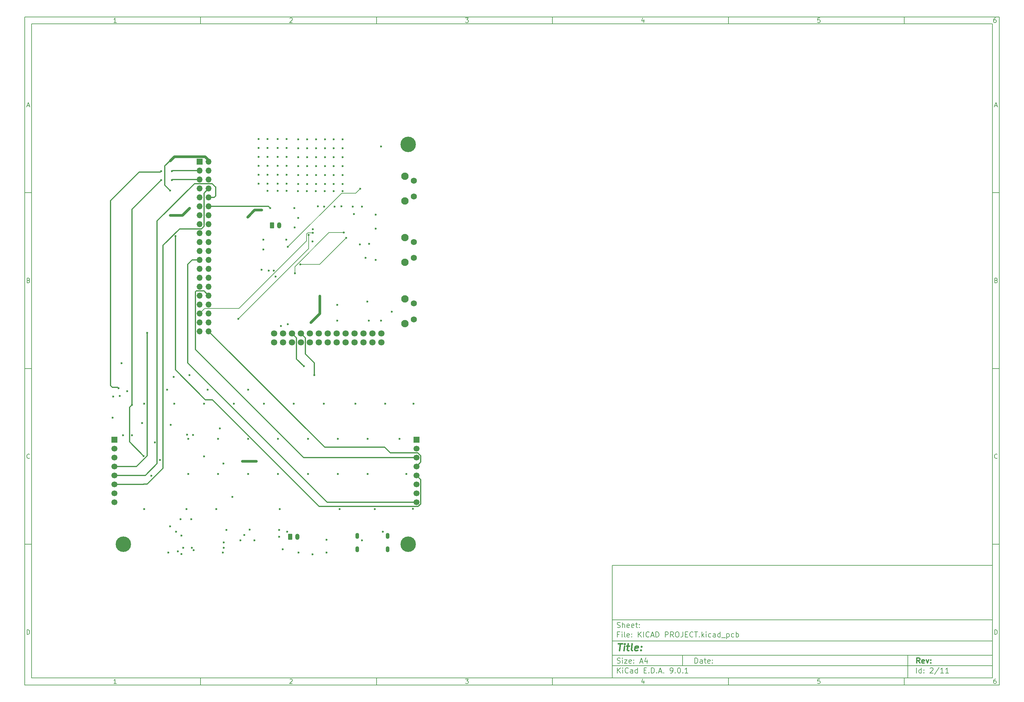
<source format=gbr>
%TF.GenerationSoftware,KiCad,Pcbnew,9.0.1*%
%TF.CreationDate,2025-07-11T00:17:53-07:00*%
%TF.ProjectId,KICAD PROJECT,4b494341-4420-4505-924f-4a4543542e6b,rev?*%
%TF.SameCoordinates,Original*%
%TF.FileFunction,Copper,L2,Inr*%
%TF.FilePolarity,Positive*%
%FSLAX46Y46*%
G04 Gerber Fmt 4.6, Leading zero omitted, Abs format (unit mm)*
G04 Created by KiCad (PCBNEW 9.0.1) date 2025-07-11 00:17:53*
%MOMM*%
%LPD*%
G01*
G04 APERTURE LIST*
G04 Aperture macros list*
%AMRoundRect*
0 Rectangle with rounded corners*
0 $1 Rounding radius*
0 $2 $3 $4 $5 $6 $7 $8 $9 X,Y pos of 4 corners*
0 Add a 4 corners polygon primitive as box body*
4,1,4,$2,$3,$4,$5,$6,$7,$8,$9,$2,$3,0*
0 Add four circle primitives for the rounded corners*
1,1,$1+$1,$2,$3*
1,1,$1+$1,$4,$5*
1,1,$1+$1,$6,$7*
1,1,$1+$1,$8,$9*
0 Add four rect primitives between the rounded corners*
20,1,$1+$1,$2,$3,$4,$5,0*
20,1,$1+$1,$4,$5,$6,$7,0*
20,1,$1+$1,$6,$7,$8,$9,0*
20,1,$1+$1,$8,$9,$2,$3,0*%
G04 Aperture macros list end*
%ADD10C,0.100000*%
%ADD11C,0.150000*%
%ADD12C,0.300000*%
%ADD13C,0.400000*%
%TA.AperFunction,ComponentPad*%
%ADD14C,1.800000*%
%TD*%
%TA.AperFunction,ComponentPad*%
%ADD15C,4.400000*%
%TD*%
%TA.AperFunction,ComponentPad*%
%ADD16C,2.100000*%
%TD*%
%TA.AperFunction,ComponentPad*%
%ADD17C,1.750000*%
%TD*%
%TA.AperFunction,ComponentPad*%
%ADD18R,1.700000X1.700000*%
%TD*%
%TA.AperFunction,ComponentPad*%
%ADD19O,1.700000X1.700000*%
%TD*%
%TA.AperFunction,ComponentPad*%
%ADD20RoundRect,0.250000X-0.350000X-0.625000X0.350000X-0.625000X0.350000X0.625000X-0.350000X0.625000X0*%
%TD*%
%TA.AperFunction,ComponentPad*%
%ADD21O,1.200000X1.750000*%
%TD*%
%TA.AperFunction,HeatsinkPad*%
%ADD22O,1.100000X1.700000*%
%TD*%
%TA.AperFunction,ComponentPad*%
%ADD23C,1.700000*%
%TD*%
%TA.AperFunction,ViaPad*%
%ADD24C,0.600000*%
%TD*%
%TA.AperFunction,Conductor*%
%ADD25C,0.800000*%
%TD*%
%TA.AperFunction,Conductor*%
%ADD26C,0.300000*%
%TD*%
%TA.AperFunction,Conductor*%
%ADD27C,0.200000*%
%TD*%
G04 APERTURE END LIST*
D10*
D11*
X177002200Y-166007200D02*
X285002200Y-166007200D01*
X285002200Y-198007200D01*
X177002200Y-198007200D01*
X177002200Y-166007200D01*
D10*
D11*
X10000000Y-10000000D02*
X287002200Y-10000000D01*
X287002200Y-200007200D01*
X10000000Y-200007200D01*
X10000000Y-10000000D01*
D10*
D11*
X12000000Y-12000000D02*
X285002200Y-12000000D01*
X285002200Y-198007200D01*
X12000000Y-198007200D01*
X12000000Y-12000000D01*
D10*
D11*
X60000000Y-12000000D02*
X60000000Y-10000000D01*
D10*
D11*
X110000000Y-12000000D02*
X110000000Y-10000000D01*
D10*
D11*
X160000000Y-12000000D02*
X160000000Y-10000000D01*
D10*
D11*
X210000000Y-12000000D02*
X210000000Y-10000000D01*
D10*
D11*
X260000000Y-12000000D02*
X260000000Y-10000000D01*
D10*
D11*
X36089160Y-11593604D02*
X35346303Y-11593604D01*
X35717731Y-11593604D02*
X35717731Y-10293604D01*
X35717731Y-10293604D02*
X35593922Y-10479319D01*
X35593922Y-10479319D02*
X35470112Y-10603128D01*
X35470112Y-10603128D02*
X35346303Y-10665033D01*
D10*
D11*
X85346303Y-10417414D02*
X85408207Y-10355509D01*
X85408207Y-10355509D02*
X85532017Y-10293604D01*
X85532017Y-10293604D02*
X85841541Y-10293604D01*
X85841541Y-10293604D02*
X85965350Y-10355509D01*
X85965350Y-10355509D02*
X86027255Y-10417414D01*
X86027255Y-10417414D02*
X86089160Y-10541223D01*
X86089160Y-10541223D02*
X86089160Y-10665033D01*
X86089160Y-10665033D02*
X86027255Y-10850747D01*
X86027255Y-10850747D02*
X85284398Y-11593604D01*
X85284398Y-11593604D02*
X86089160Y-11593604D01*
D10*
D11*
X135284398Y-10293604D02*
X136089160Y-10293604D01*
X136089160Y-10293604D02*
X135655826Y-10788842D01*
X135655826Y-10788842D02*
X135841541Y-10788842D01*
X135841541Y-10788842D02*
X135965350Y-10850747D01*
X135965350Y-10850747D02*
X136027255Y-10912652D01*
X136027255Y-10912652D02*
X136089160Y-11036461D01*
X136089160Y-11036461D02*
X136089160Y-11345985D01*
X136089160Y-11345985D02*
X136027255Y-11469795D01*
X136027255Y-11469795D02*
X135965350Y-11531700D01*
X135965350Y-11531700D02*
X135841541Y-11593604D01*
X135841541Y-11593604D02*
X135470112Y-11593604D01*
X135470112Y-11593604D02*
X135346303Y-11531700D01*
X135346303Y-11531700D02*
X135284398Y-11469795D01*
D10*
D11*
X185965350Y-10726938D02*
X185965350Y-11593604D01*
X185655826Y-10231700D02*
X185346303Y-11160271D01*
X185346303Y-11160271D02*
X186151064Y-11160271D01*
D10*
D11*
X236027255Y-10293604D02*
X235408207Y-10293604D01*
X235408207Y-10293604D02*
X235346303Y-10912652D01*
X235346303Y-10912652D02*
X235408207Y-10850747D01*
X235408207Y-10850747D02*
X235532017Y-10788842D01*
X235532017Y-10788842D02*
X235841541Y-10788842D01*
X235841541Y-10788842D02*
X235965350Y-10850747D01*
X235965350Y-10850747D02*
X236027255Y-10912652D01*
X236027255Y-10912652D02*
X236089160Y-11036461D01*
X236089160Y-11036461D02*
X236089160Y-11345985D01*
X236089160Y-11345985D02*
X236027255Y-11469795D01*
X236027255Y-11469795D02*
X235965350Y-11531700D01*
X235965350Y-11531700D02*
X235841541Y-11593604D01*
X235841541Y-11593604D02*
X235532017Y-11593604D01*
X235532017Y-11593604D02*
X235408207Y-11531700D01*
X235408207Y-11531700D02*
X235346303Y-11469795D01*
D10*
D11*
X285965350Y-10293604D02*
X285717731Y-10293604D01*
X285717731Y-10293604D02*
X285593922Y-10355509D01*
X285593922Y-10355509D02*
X285532017Y-10417414D01*
X285532017Y-10417414D02*
X285408207Y-10603128D01*
X285408207Y-10603128D02*
X285346303Y-10850747D01*
X285346303Y-10850747D02*
X285346303Y-11345985D01*
X285346303Y-11345985D02*
X285408207Y-11469795D01*
X285408207Y-11469795D02*
X285470112Y-11531700D01*
X285470112Y-11531700D02*
X285593922Y-11593604D01*
X285593922Y-11593604D02*
X285841541Y-11593604D01*
X285841541Y-11593604D02*
X285965350Y-11531700D01*
X285965350Y-11531700D02*
X286027255Y-11469795D01*
X286027255Y-11469795D02*
X286089160Y-11345985D01*
X286089160Y-11345985D02*
X286089160Y-11036461D01*
X286089160Y-11036461D02*
X286027255Y-10912652D01*
X286027255Y-10912652D02*
X285965350Y-10850747D01*
X285965350Y-10850747D02*
X285841541Y-10788842D01*
X285841541Y-10788842D02*
X285593922Y-10788842D01*
X285593922Y-10788842D02*
X285470112Y-10850747D01*
X285470112Y-10850747D02*
X285408207Y-10912652D01*
X285408207Y-10912652D02*
X285346303Y-11036461D01*
D10*
D11*
X60000000Y-198007200D02*
X60000000Y-200007200D01*
D10*
D11*
X110000000Y-198007200D02*
X110000000Y-200007200D01*
D10*
D11*
X160000000Y-198007200D02*
X160000000Y-200007200D01*
D10*
D11*
X210000000Y-198007200D02*
X210000000Y-200007200D01*
D10*
D11*
X260000000Y-198007200D02*
X260000000Y-200007200D01*
D10*
D11*
X36089160Y-199600804D02*
X35346303Y-199600804D01*
X35717731Y-199600804D02*
X35717731Y-198300804D01*
X35717731Y-198300804D02*
X35593922Y-198486519D01*
X35593922Y-198486519D02*
X35470112Y-198610328D01*
X35470112Y-198610328D02*
X35346303Y-198672233D01*
D10*
D11*
X85346303Y-198424614D02*
X85408207Y-198362709D01*
X85408207Y-198362709D02*
X85532017Y-198300804D01*
X85532017Y-198300804D02*
X85841541Y-198300804D01*
X85841541Y-198300804D02*
X85965350Y-198362709D01*
X85965350Y-198362709D02*
X86027255Y-198424614D01*
X86027255Y-198424614D02*
X86089160Y-198548423D01*
X86089160Y-198548423D02*
X86089160Y-198672233D01*
X86089160Y-198672233D02*
X86027255Y-198857947D01*
X86027255Y-198857947D02*
X85284398Y-199600804D01*
X85284398Y-199600804D02*
X86089160Y-199600804D01*
D10*
D11*
X135284398Y-198300804D02*
X136089160Y-198300804D01*
X136089160Y-198300804D02*
X135655826Y-198796042D01*
X135655826Y-198796042D02*
X135841541Y-198796042D01*
X135841541Y-198796042D02*
X135965350Y-198857947D01*
X135965350Y-198857947D02*
X136027255Y-198919852D01*
X136027255Y-198919852D02*
X136089160Y-199043661D01*
X136089160Y-199043661D02*
X136089160Y-199353185D01*
X136089160Y-199353185D02*
X136027255Y-199476995D01*
X136027255Y-199476995D02*
X135965350Y-199538900D01*
X135965350Y-199538900D02*
X135841541Y-199600804D01*
X135841541Y-199600804D02*
X135470112Y-199600804D01*
X135470112Y-199600804D02*
X135346303Y-199538900D01*
X135346303Y-199538900D02*
X135284398Y-199476995D01*
D10*
D11*
X185965350Y-198734138D02*
X185965350Y-199600804D01*
X185655826Y-198238900D02*
X185346303Y-199167471D01*
X185346303Y-199167471D02*
X186151064Y-199167471D01*
D10*
D11*
X236027255Y-198300804D02*
X235408207Y-198300804D01*
X235408207Y-198300804D02*
X235346303Y-198919852D01*
X235346303Y-198919852D02*
X235408207Y-198857947D01*
X235408207Y-198857947D02*
X235532017Y-198796042D01*
X235532017Y-198796042D02*
X235841541Y-198796042D01*
X235841541Y-198796042D02*
X235965350Y-198857947D01*
X235965350Y-198857947D02*
X236027255Y-198919852D01*
X236027255Y-198919852D02*
X236089160Y-199043661D01*
X236089160Y-199043661D02*
X236089160Y-199353185D01*
X236089160Y-199353185D02*
X236027255Y-199476995D01*
X236027255Y-199476995D02*
X235965350Y-199538900D01*
X235965350Y-199538900D02*
X235841541Y-199600804D01*
X235841541Y-199600804D02*
X235532017Y-199600804D01*
X235532017Y-199600804D02*
X235408207Y-199538900D01*
X235408207Y-199538900D02*
X235346303Y-199476995D01*
D10*
D11*
X285965350Y-198300804D02*
X285717731Y-198300804D01*
X285717731Y-198300804D02*
X285593922Y-198362709D01*
X285593922Y-198362709D02*
X285532017Y-198424614D01*
X285532017Y-198424614D02*
X285408207Y-198610328D01*
X285408207Y-198610328D02*
X285346303Y-198857947D01*
X285346303Y-198857947D02*
X285346303Y-199353185D01*
X285346303Y-199353185D02*
X285408207Y-199476995D01*
X285408207Y-199476995D02*
X285470112Y-199538900D01*
X285470112Y-199538900D02*
X285593922Y-199600804D01*
X285593922Y-199600804D02*
X285841541Y-199600804D01*
X285841541Y-199600804D02*
X285965350Y-199538900D01*
X285965350Y-199538900D02*
X286027255Y-199476995D01*
X286027255Y-199476995D02*
X286089160Y-199353185D01*
X286089160Y-199353185D02*
X286089160Y-199043661D01*
X286089160Y-199043661D02*
X286027255Y-198919852D01*
X286027255Y-198919852D02*
X285965350Y-198857947D01*
X285965350Y-198857947D02*
X285841541Y-198796042D01*
X285841541Y-198796042D02*
X285593922Y-198796042D01*
X285593922Y-198796042D02*
X285470112Y-198857947D01*
X285470112Y-198857947D02*
X285408207Y-198919852D01*
X285408207Y-198919852D02*
X285346303Y-199043661D01*
D10*
D11*
X10000000Y-60000000D02*
X12000000Y-60000000D01*
D10*
D11*
X10000000Y-110000000D02*
X12000000Y-110000000D01*
D10*
D11*
X10000000Y-160000000D02*
X12000000Y-160000000D01*
D10*
D11*
X10690476Y-35222176D02*
X11309523Y-35222176D01*
X10566666Y-35593604D02*
X10999999Y-34293604D01*
X10999999Y-34293604D02*
X11433333Y-35593604D01*
D10*
D11*
X11092857Y-84912652D02*
X11278571Y-84974557D01*
X11278571Y-84974557D02*
X11340476Y-85036461D01*
X11340476Y-85036461D02*
X11402380Y-85160271D01*
X11402380Y-85160271D02*
X11402380Y-85345985D01*
X11402380Y-85345985D02*
X11340476Y-85469795D01*
X11340476Y-85469795D02*
X11278571Y-85531700D01*
X11278571Y-85531700D02*
X11154761Y-85593604D01*
X11154761Y-85593604D02*
X10659523Y-85593604D01*
X10659523Y-85593604D02*
X10659523Y-84293604D01*
X10659523Y-84293604D02*
X11092857Y-84293604D01*
X11092857Y-84293604D02*
X11216666Y-84355509D01*
X11216666Y-84355509D02*
X11278571Y-84417414D01*
X11278571Y-84417414D02*
X11340476Y-84541223D01*
X11340476Y-84541223D02*
X11340476Y-84665033D01*
X11340476Y-84665033D02*
X11278571Y-84788842D01*
X11278571Y-84788842D02*
X11216666Y-84850747D01*
X11216666Y-84850747D02*
X11092857Y-84912652D01*
X11092857Y-84912652D02*
X10659523Y-84912652D01*
D10*
D11*
X11402380Y-135469795D02*
X11340476Y-135531700D01*
X11340476Y-135531700D02*
X11154761Y-135593604D01*
X11154761Y-135593604D02*
X11030952Y-135593604D01*
X11030952Y-135593604D02*
X10845238Y-135531700D01*
X10845238Y-135531700D02*
X10721428Y-135407890D01*
X10721428Y-135407890D02*
X10659523Y-135284080D01*
X10659523Y-135284080D02*
X10597619Y-135036461D01*
X10597619Y-135036461D02*
X10597619Y-134850747D01*
X10597619Y-134850747D02*
X10659523Y-134603128D01*
X10659523Y-134603128D02*
X10721428Y-134479319D01*
X10721428Y-134479319D02*
X10845238Y-134355509D01*
X10845238Y-134355509D02*
X11030952Y-134293604D01*
X11030952Y-134293604D02*
X11154761Y-134293604D01*
X11154761Y-134293604D02*
X11340476Y-134355509D01*
X11340476Y-134355509D02*
X11402380Y-134417414D01*
D10*
D11*
X10659523Y-185593604D02*
X10659523Y-184293604D01*
X10659523Y-184293604D02*
X10969047Y-184293604D01*
X10969047Y-184293604D02*
X11154761Y-184355509D01*
X11154761Y-184355509D02*
X11278571Y-184479319D01*
X11278571Y-184479319D02*
X11340476Y-184603128D01*
X11340476Y-184603128D02*
X11402380Y-184850747D01*
X11402380Y-184850747D02*
X11402380Y-185036461D01*
X11402380Y-185036461D02*
X11340476Y-185284080D01*
X11340476Y-185284080D02*
X11278571Y-185407890D01*
X11278571Y-185407890D02*
X11154761Y-185531700D01*
X11154761Y-185531700D02*
X10969047Y-185593604D01*
X10969047Y-185593604D02*
X10659523Y-185593604D01*
D10*
D11*
X287002200Y-60000000D02*
X285002200Y-60000000D01*
D10*
D11*
X287002200Y-110000000D02*
X285002200Y-110000000D01*
D10*
D11*
X287002200Y-160000000D02*
X285002200Y-160000000D01*
D10*
D11*
X285692676Y-35222176D02*
X286311723Y-35222176D01*
X285568866Y-35593604D02*
X286002199Y-34293604D01*
X286002199Y-34293604D02*
X286435533Y-35593604D01*
D10*
D11*
X286095057Y-84912652D02*
X286280771Y-84974557D01*
X286280771Y-84974557D02*
X286342676Y-85036461D01*
X286342676Y-85036461D02*
X286404580Y-85160271D01*
X286404580Y-85160271D02*
X286404580Y-85345985D01*
X286404580Y-85345985D02*
X286342676Y-85469795D01*
X286342676Y-85469795D02*
X286280771Y-85531700D01*
X286280771Y-85531700D02*
X286156961Y-85593604D01*
X286156961Y-85593604D02*
X285661723Y-85593604D01*
X285661723Y-85593604D02*
X285661723Y-84293604D01*
X285661723Y-84293604D02*
X286095057Y-84293604D01*
X286095057Y-84293604D02*
X286218866Y-84355509D01*
X286218866Y-84355509D02*
X286280771Y-84417414D01*
X286280771Y-84417414D02*
X286342676Y-84541223D01*
X286342676Y-84541223D02*
X286342676Y-84665033D01*
X286342676Y-84665033D02*
X286280771Y-84788842D01*
X286280771Y-84788842D02*
X286218866Y-84850747D01*
X286218866Y-84850747D02*
X286095057Y-84912652D01*
X286095057Y-84912652D02*
X285661723Y-84912652D01*
D10*
D11*
X286404580Y-135469795D02*
X286342676Y-135531700D01*
X286342676Y-135531700D02*
X286156961Y-135593604D01*
X286156961Y-135593604D02*
X286033152Y-135593604D01*
X286033152Y-135593604D02*
X285847438Y-135531700D01*
X285847438Y-135531700D02*
X285723628Y-135407890D01*
X285723628Y-135407890D02*
X285661723Y-135284080D01*
X285661723Y-135284080D02*
X285599819Y-135036461D01*
X285599819Y-135036461D02*
X285599819Y-134850747D01*
X285599819Y-134850747D02*
X285661723Y-134603128D01*
X285661723Y-134603128D02*
X285723628Y-134479319D01*
X285723628Y-134479319D02*
X285847438Y-134355509D01*
X285847438Y-134355509D02*
X286033152Y-134293604D01*
X286033152Y-134293604D02*
X286156961Y-134293604D01*
X286156961Y-134293604D02*
X286342676Y-134355509D01*
X286342676Y-134355509D02*
X286404580Y-134417414D01*
D10*
D11*
X285661723Y-185593604D02*
X285661723Y-184293604D01*
X285661723Y-184293604D02*
X285971247Y-184293604D01*
X285971247Y-184293604D02*
X286156961Y-184355509D01*
X286156961Y-184355509D02*
X286280771Y-184479319D01*
X286280771Y-184479319D02*
X286342676Y-184603128D01*
X286342676Y-184603128D02*
X286404580Y-184850747D01*
X286404580Y-184850747D02*
X286404580Y-185036461D01*
X286404580Y-185036461D02*
X286342676Y-185284080D01*
X286342676Y-185284080D02*
X286280771Y-185407890D01*
X286280771Y-185407890D02*
X286156961Y-185531700D01*
X286156961Y-185531700D02*
X285971247Y-185593604D01*
X285971247Y-185593604D02*
X285661723Y-185593604D01*
D10*
D11*
X200458026Y-193793328D02*
X200458026Y-192293328D01*
X200458026Y-192293328D02*
X200815169Y-192293328D01*
X200815169Y-192293328D02*
X201029455Y-192364757D01*
X201029455Y-192364757D02*
X201172312Y-192507614D01*
X201172312Y-192507614D02*
X201243741Y-192650471D01*
X201243741Y-192650471D02*
X201315169Y-192936185D01*
X201315169Y-192936185D02*
X201315169Y-193150471D01*
X201315169Y-193150471D02*
X201243741Y-193436185D01*
X201243741Y-193436185D02*
X201172312Y-193579042D01*
X201172312Y-193579042D02*
X201029455Y-193721900D01*
X201029455Y-193721900D02*
X200815169Y-193793328D01*
X200815169Y-193793328D02*
X200458026Y-193793328D01*
X202600884Y-193793328D02*
X202600884Y-193007614D01*
X202600884Y-193007614D02*
X202529455Y-192864757D01*
X202529455Y-192864757D02*
X202386598Y-192793328D01*
X202386598Y-192793328D02*
X202100884Y-192793328D01*
X202100884Y-192793328D02*
X201958026Y-192864757D01*
X202600884Y-193721900D02*
X202458026Y-193793328D01*
X202458026Y-193793328D02*
X202100884Y-193793328D01*
X202100884Y-193793328D02*
X201958026Y-193721900D01*
X201958026Y-193721900D02*
X201886598Y-193579042D01*
X201886598Y-193579042D02*
X201886598Y-193436185D01*
X201886598Y-193436185D02*
X201958026Y-193293328D01*
X201958026Y-193293328D02*
X202100884Y-193221900D01*
X202100884Y-193221900D02*
X202458026Y-193221900D01*
X202458026Y-193221900D02*
X202600884Y-193150471D01*
X203100884Y-192793328D02*
X203672312Y-192793328D01*
X203315169Y-192293328D02*
X203315169Y-193579042D01*
X203315169Y-193579042D02*
X203386598Y-193721900D01*
X203386598Y-193721900D02*
X203529455Y-193793328D01*
X203529455Y-193793328D02*
X203672312Y-193793328D01*
X204743741Y-193721900D02*
X204600884Y-193793328D01*
X204600884Y-193793328D02*
X204315170Y-193793328D01*
X204315170Y-193793328D02*
X204172312Y-193721900D01*
X204172312Y-193721900D02*
X204100884Y-193579042D01*
X204100884Y-193579042D02*
X204100884Y-193007614D01*
X204100884Y-193007614D02*
X204172312Y-192864757D01*
X204172312Y-192864757D02*
X204315170Y-192793328D01*
X204315170Y-192793328D02*
X204600884Y-192793328D01*
X204600884Y-192793328D02*
X204743741Y-192864757D01*
X204743741Y-192864757D02*
X204815170Y-193007614D01*
X204815170Y-193007614D02*
X204815170Y-193150471D01*
X204815170Y-193150471D02*
X204100884Y-193293328D01*
X205458026Y-193650471D02*
X205529455Y-193721900D01*
X205529455Y-193721900D02*
X205458026Y-193793328D01*
X205458026Y-193793328D02*
X205386598Y-193721900D01*
X205386598Y-193721900D02*
X205458026Y-193650471D01*
X205458026Y-193650471D02*
X205458026Y-193793328D01*
X205458026Y-192864757D02*
X205529455Y-192936185D01*
X205529455Y-192936185D02*
X205458026Y-193007614D01*
X205458026Y-193007614D02*
X205386598Y-192936185D01*
X205386598Y-192936185D02*
X205458026Y-192864757D01*
X205458026Y-192864757D02*
X205458026Y-193007614D01*
D10*
D11*
X177002200Y-194507200D02*
X285002200Y-194507200D01*
D10*
D11*
X178458026Y-196593328D02*
X178458026Y-195093328D01*
X179315169Y-196593328D02*
X178672312Y-195736185D01*
X179315169Y-195093328D02*
X178458026Y-195950471D01*
X179958026Y-196593328D02*
X179958026Y-195593328D01*
X179958026Y-195093328D02*
X179886598Y-195164757D01*
X179886598Y-195164757D02*
X179958026Y-195236185D01*
X179958026Y-195236185D02*
X180029455Y-195164757D01*
X180029455Y-195164757D02*
X179958026Y-195093328D01*
X179958026Y-195093328D02*
X179958026Y-195236185D01*
X181529455Y-196450471D02*
X181458027Y-196521900D01*
X181458027Y-196521900D02*
X181243741Y-196593328D01*
X181243741Y-196593328D02*
X181100884Y-196593328D01*
X181100884Y-196593328D02*
X180886598Y-196521900D01*
X180886598Y-196521900D02*
X180743741Y-196379042D01*
X180743741Y-196379042D02*
X180672312Y-196236185D01*
X180672312Y-196236185D02*
X180600884Y-195950471D01*
X180600884Y-195950471D02*
X180600884Y-195736185D01*
X180600884Y-195736185D02*
X180672312Y-195450471D01*
X180672312Y-195450471D02*
X180743741Y-195307614D01*
X180743741Y-195307614D02*
X180886598Y-195164757D01*
X180886598Y-195164757D02*
X181100884Y-195093328D01*
X181100884Y-195093328D02*
X181243741Y-195093328D01*
X181243741Y-195093328D02*
X181458027Y-195164757D01*
X181458027Y-195164757D02*
X181529455Y-195236185D01*
X182815170Y-196593328D02*
X182815170Y-195807614D01*
X182815170Y-195807614D02*
X182743741Y-195664757D01*
X182743741Y-195664757D02*
X182600884Y-195593328D01*
X182600884Y-195593328D02*
X182315170Y-195593328D01*
X182315170Y-195593328D02*
X182172312Y-195664757D01*
X182815170Y-196521900D02*
X182672312Y-196593328D01*
X182672312Y-196593328D02*
X182315170Y-196593328D01*
X182315170Y-196593328D02*
X182172312Y-196521900D01*
X182172312Y-196521900D02*
X182100884Y-196379042D01*
X182100884Y-196379042D02*
X182100884Y-196236185D01*
X182100884Y-196236185D02*
X182172312Y-196093328D01*
X182172312Y-196093328D02*
X182315170Y-196021900D01*
X182315170Y-196021900D02*
X182672312Y-196021900D01*
X182672312Y-196021900D02*
X182815170Y-195950471D01*
X184172313Y-196593328D02*
X184172313Y-195093328D01*
X184172313Y-196521900D02*
X184029455Y-196593328D01*
X184029455Y-196593328D02*
X183743741Y-196593328D01*
X183743741Y-196593328D02*
X183600884Y-196521900D01*
X183600884Y-196521900D02*
X183529455Y-196450471D01*
X183529455Y-196450471D02*
X183458027Y-196307614D01*
X183458027Y-196307614D02*
X183458027Y-195879042D01*
X183458027Y-195879042D02*
X183529455Y-195736185D01*
X183529455Y-195736185D02*
X183600884Y-195664757D01*
X183600884Y-195664757D02*
X183743741Y-195593328D01*
X183743741Y-195593328D02*
X184029455Y-195593328D01*
X184029455Y-195593328D02*
X184172313Y-195664757D01*
X186029455Y-195807614D02*
X186529455Y-195807614D01*
X186743741Y-196593328D02*
X186029455Y-196593328D01*
X186029455Y-196593328D02*
X186029455Y-195093328D01*
X186029455Y-195093328D02*
X186743741Y-195093328D01*
X187386598Y-196450471D02*
X187458027Y-196521900D01*
X187458027Y-196521900D02*
X187386598Y-196593328D01*
X187386598Y-196593328D02*
X187315170Y-196521900D01*
X187315170Y-196521900D02*
X187386598Y-196450471D01*
X187386598Y-196450471D02*
X187386598Y-196593328D01*
X188100884Y-196593328D02*
X188100884Y-195093328D01*
X188100884Y-195093328D02*
X188458027Y-195093328D01*
X188458027Y-195093328D02*
X188672313Y-195164757D01*
X188672313Y-195164757D02*
X188815170Y-195307614D01*
X188815170Y-195307614D02*
X188886599Y-195450471D01*
X188886599Y-195450471D02*
X188958027Y-195736185D01*
X188958027Y-195736185D02*
X188958027Y-195950471D01*
X188958027Y-195950471D02*
X188886599Y-196236185D01*
X188886599Y-196236185D02*
X188815170Y-196379042D01*
X188815170Y-196379042D02*
X188672313Y-196521900D01*
X188672313Y-196521900D02*
X188458027Y-196593328D01*
X188458027Y-196593328D02*
X188100884Y-196593328D01*
X189600884Y-196450471D02*
X189672313Y-196521900D01*
X189672313Y-196521900D02*
X189600884Y-196593328D01*
X189600884Y-196593328D02*
X189529456Y-196521900D01*
X189529456Y-196521900D02*
X189600884Y-196450471D01*
X189600884Y-196450471D02*
X189600884Y-196593328D01*
X190243742Y-196164757D02*
X190958028Y-196164757D01*
X190100885Y-196593328D02*
X190600885Y-195093328D01*
X190600885Y-195093328D02*
X191100885Y-196593328D01*
X191600884Y-196450471D02*
X191672313Y-196521900D01*
X191672313Y-196521900D02*
X191600884Y-196593328D01*
X191600884Y-196593328D02*
X191529456Y-196521900D01*
X191529456Y-196521900D02*
X191600884Y-196450471D01*
X191600884Y-196450471D02*
X191600884Y-196593328D01*
X193529456Y-196593328D02*
X193815170Y-196593328D01*
X193815170Y-196593328D02*
X193958027Y-196521900D01*
X193958027Y-196521900D02*
X194029456Y-196450471D01*
X194029456Y-196450471D02*
X194172313Y-196236185D01*
X194172313Y-196236185D02*
X194243742Y-195950471D01*
X194243742Y-195950471D02*
X194243742Y-195379042D01*
X194243742Y-195379042D02*
X194172313Y-195236185D01*
X194172313Y-195236185D02*
X194100885Y-195164757D01*
X194100885Y-195164757D02*
X193958027Y-195093328D01*
X193958027Y-195093328D02*
X193672313Y-195093328D01*
X193672313Y-195093328D02*
X193529456Y-195164757D01*
X193529456Y-195164757D02*
X193458027Y-195236185D01*
X193458027Y-195236185D02*
X193386599Y-195379042D01*
X193386599Y-195379042D02*
X193386599Y-195736185D01*
X193386599Y-195736185D02*
X193458027Y-195879042D01*
X193458027Y-195879042D02*
X193529456Y-195950471D01*
X193529456Y-195950471D02*
X193672313Y-196021900D01*
X193672313Y-196021900D02*
X193958027Y-196021900D01*
X193958027Y-196021900D02*
X194100885Y-195950471D01*
X194100885Y-195950471D02*
X194172313Y-195879042D01*
X194172313Y-195879042D02*
X194243742Y-195736185D01*
X194886598Y-196450471D02*
X194958027Y-196521900D01*
X194958027Y-196521900D02*
X194886598Y-196593328D01*
X194886598Y-196593328D02*
X194815170Y-196521900D01*
X194815170Y-196521900D02*
X194886598Y-196450471D01*
X194886598Y-196450471D02*
X194886598Y-196593328D01*
X195886599Y-195093328D02*
X196029456Y-195093328D01*
X196029456Y-195093328D02*
X196172313Y-195164757D01*
X196172313Y-195164757D02*
X196243742Y-195236185D01*
X196243742Y-195236185D02*
X196315170Y-195379042D01*
X196315170Y-195379042D02*
X196386599Y-195664757D01*
X196386599Y-195664757D02*
X196386599Y-196021900D01*
X196386599Y-196021900D02*
X196315170Y-196307614D01*
X196315170Y-196307614D02*
X196243742Y-196450471D01*
X196243742Y-196450471D02*
X196172313Y-196521900D01*
X196172313Y-196521900D02*
X196029456Y-196593328D01*
X196029456Y-196593328D02*
X195886599Y-196593328D01*
X195886599Y-196593328D02*
X195743742Y-196521900D01*
X195743742Y-196521900D02*
X195672313Y-196450471D01*
X195672313Y-196450471D02*
X195600884Y-196307614D01*
X195600884Y-196307614D02*
X195529456Y-196021900D01*
X195529456Y-196021900D02*
X195529456Y-195664757D01*
X195529456Y-195664757D02*
X195600884Y-195379042D01*
X195600884Y-195379042D02*
X195672313Y-195236185D01*
X195672313Y-195236185D02*
X195743742Y-195164757D01*
X195743742Y-195164757D02*
X195886599Y-195093328D01*
X197029455Y-196450471D02*
X197100884Y-196521900D01*
X197100884Y-196521900D02*
X197029455Y-196593328D01*
X197029455Y-196593328D02*
X196958027Y-196521900D01*
X196958027Y-196521900D02*
X197029455Y-196450471D01*
X197029455Y-196450471D02*
X197029455Y-196593328D01*
X198529456Y-196593328D02*
X197672313Y-196593328D01*
X198100884Y-196593328D02*
X198100884Y-195093328D01*
X198100884Y-195093328D02*
X197958027Y-195307614D01*
X197958027Y-195307614D02*
X197815170Y-195450471D01*
X197815170Y-195450471D02*
X197672313Y-195521900D01*
D10*
D11*
X177002200Y-191507200D02*
X285002200Y-191507200D01*
D10*
D12*
X264413853Y-193785528D02*
X263913853Y-193071242D01*
X263556710Y-193785528D02*
X263556710Y-192285528D01*
X263556710Y-192285528D02*
X264128139Y-192285528D01*
X264128139Y-192285528D02*
X264270996Y-192356957D01*
X264270996Y-192356957D02*
X264342425Y-192428385D01*
X264342425Y-192428385D02*
X264413853Y-192571242D01*
X264413853Y-192571242D02*
X264413853Y-192785528D01*
X264413853Y-192785528D02*
X264342425Y-192928385D01*
X264342425Y-192928385D02*
X264270996Y-192999814D01*
X264270996Y-192999814D02*
X264128139Y-193071242D01*
X264128139Y-193071242D02*
X263556710Y-193071242D01*
X265628139Y-193714100D02*
X265485282Y-193785528D01*
X265485282Y-193785528D02*
X265199568Y-193785528D01*
X265199568Y-193785528D02*
X265056710Y-193714100D01*
X265056710Y-193714100D02*
X264985282Y-193571242D01*
X264985282Y-193571242D02*
X264985282Y-192999814D01*
X264985282Y-192999814D02*
X265056710Y-192856957D01*
X265056710Y-192856957D02*
X265199568Y-192785528D01*
X265199568Y-192785528D02*
X265485282Y-192785528D01*
X265485282Y-192785528D02*
X265628139Y-192856957D01*
X265628139Y-192856957D02*
X265699568Y-192999814D01*
X265699568Y-192999814D02*
X265699568Y-193142671D01*
X265699568Y-193142671D02*
X264985282Y-193285528D01*
X266199567Y-192785528D02*
X266556710Y-193785528D01*
X266556710Y-193785528D02*
X266913853Y-192785528D01*
X267485281Y-193642671D02*
X267556710Y-193714100D01*
X267556710Y-193714100D02*
X267485281Y-193785528D01*
X267485281Y-193785528D02*
X267413853Y-193714100D01*
X267413853Y-193714100D02*
X267485281Y-193642671D01*
X267485281Y-193642671D02*
X267485281Y-193785528D01*
X267485281Y-192856957D02*
X267556710Y-192928385D01*
X267556710Y-192928385D02*
X267485281Y-192999814D01*
X267485281Y-192999814D02*
X267413853Y-192928385D01*
X267413853Y-192928385D02*
X267485281Y-192856957D01*
X267485281Y-192856957D02*
X267485281Y-192999814D01*
D10*
D11*
X178386598Y-193721900D02*
X178600884Y-193793328D01*
X178600884Y-193793328D02*
X178958026Y-193793328D01*
X178958026Y-193793328D02*
X179100884Y-193721900D01*
X179100884Y-193721900D02*
X179172312Y-193650471D01*
X179172312Y-193650471D02*
X179243741Y-193507614D01*
X179243741Y-193507614D02*
X179243741Y-193364757D01*
X179243741Y-193364757D02*
X179172312Y-193221900D01*
X179172312Y-193221900D02*
X179100884Y-193150471D01*
X179100884Y-193150471D02*
X178958026Y-193079042D01*
X178958026Y-193079042D02*
X178672312Y-193007614D01*
X178672312Y-193007614D02*
X178529455Y-192936185D01*
X178529455Y-192936185D02*
X178458026Y-192864757D01*
X178458026Y-192864757D02*
X178386598Y-192721900D01*
X178386598Y-192721900D02*
X178386598Y-192579042D01*
X178386598Y-192579042D02*
X178458026Y-192436185D01*
X178458026Y-192436185D02*
X178529455Y-192364757D01*
X178529455Y-192364757D02*
X178672312Y-192293328D01*
X178672312Y-192293328D02*
X179029455Y-192293328D01*
X179029455Y-192293328D02*
X179243741Y-192364757D01*
X179886597Y-193793328D02*
X179886597Y-192793328D01*
X179886597Y-192293328D02*
X179815169Y-192364757D01*
X179815169Y-192364757D02*
X179886597Y-192436185D01*
X179886597Y-192436185D02*
X179958026Y-192364757D01*
X179958026Y-192364757D02*
X179886597Y-192293328D01*
X179886597Y-192293328D02*
X179886597Y-192436185D01*
X180458026Y-192793328D02*
X181243741Y-192793328D01*
X181243741Y-192793328D02*
X180458026Y-193793328D01*
X180458026Y-193793328D02*
X181243741Y-193793328D01*
X182386598Y-193721900D02*
X182243741Y-193793328D01*
X182243741Y-193793328D02*
X181958027Y-193793328D01*
X181958027Y-193793328D02*
X181815169Y-193721900D01*
X181815169Y-193721900D02*
X181743741Y-193579042D01*
X181743741Y-193579042D02*
X181743741Y-193007614D01*
X181743741Y-193007614D02*
X181815169Y-192864757D01*
X181815169Y-192864757D02*
X181958027Y-192793328D01*
X181958027Y-192793328D02*
X182243741Y-192793328D01*
X182243741Y-192793328D02*
X182386598Y-192864757D01*
X182386598Y-192864757D02*
X182458027Y-193007614D01*
X182458027Y-193007614D02*
X182458027Y-193150471D01*
X182458027Y-193150471D02*
X181743741Y-193293328D01*
X183100883Y-193650471D02*
X183172312Y-193721900D01*
X183172312Y-193721900D02*
X183100883Y-193793328D01*
X183100883Y-193793328D02*
X183029455Y-193721900D01*
X183029455Y-193721900D02*
X183100883Y-193650471D01*
X183100883Y-193650471D02*
X183100883Y-193793328D01*
X183100883Y-192864757D02*
X183172312Y-192936185D01*
X183172312Y-192936185D02*
X183100883Y-193007614D01*
X183100883Y-193007614D02*
X183029455Y-192936185D01*
X183029455Y-192936185D02*
X183100883Y-192864757D01*
X183100883Y-192864757D02*
X183100883Y-193007614D01*
X184886598Y-193364757D02*
X185600884Y-193364757D01*
X184743741Y-193793328D02*
X185243741Y-192293328D01*
X185243741Y-192293328D02*
X185743741Y-193793328D01*
X186886598Y-192793328D02*
X186886598Y-193793328D01*
X186529455Y-192221900D02*
X186172312Y-193293328D01*
X186172312Y-193293328D02*
X187100883Y-193293328D01*
D10*
D11*
X263458026Y-196593328D02*
X263458026Y-195093328D01*
X264815170Y-196593328D02*
X264815170Y-195093328D01*
X264815170Y-196521900D02*
X264672312Y-196593328D01*
X264672312Y-196593328D02*
X264386598Y-196593328D01*
X264386598Y-196593328D02*
X264243741Y-196521900D01*
X264243741Y-196521900D02*
X264172312Y-196450471D01*
X264172312Y-196450471D02*
X264100884Y-196307614D01*
X264100884Y-196307614D02*
X264100884Y-195879042D01*
X264100884Y-195879042D02*
X264172312Y-195736185D01*
X264172312Y-195736185D02*
X264243741Y-195664757D01*
X264243741Y-195664757D02*
X264386598Y-195593328D01*
X264386598Y-195593328D02*
X264672312Y-195593328D01*
X264672312Y-195593328D02*
X264815170Y-195664757D01*
X265529455Y-196450471D02*
X265600884Y-196521900D01*
X265600884Y-196521900D02*
X265529455Y-196593328D01*
X265529455Y-196593328D02*
X265458027Y-196521900D01*
X265458027Y-196521900D02*
X265529455Y-196450471D01*
X265529455Y-196450471D02*
X265529455Y-196593328D01*
X265529455Y-195664757D02*
X265600884Y-195736185D01*
X265600884Y-195736185D02*
X265529455Y-195807614D01*
X265529455Y-195807614D02*
X265458027Y-195736185D01*
X265458027Y-195736185D02*
X265529455Y-195664757D01*
X265529455Y-195664757D02*
X265529455Y-195807614D01*
X267315170Y-195236185D02*
X267386598Y-195164757D01*
X267386598Y-195164757D02*
X267529456Y-195093328D01*
X267529456Y-195093328D02*
X267886598Y-195093328D01*
X267886598Y-195093328D02*
X268029456Y-195164757D01*
X268029456Y-195164757D02*
X268100884Y-195236185D01*
X268100884Y-195236185D02*
X268172313Y-195379042D01*
X268172313Y-195379042D02*
X268172313Y-195521900D01*
X268172313Y-195521900D02*
X268100884Y-195736185D01*
X268100884Y-195736185D02*
X267243741Y-196593328D01*
X267243741Y-196593328D02*
X268172313Y-196593328D01*
X269886598Y-195021900D02*
X268600884Y-196950471D01*
X271172313Y-196593328D02*
X270315170Y-196593328D01*
X270743741Y-196593328D02*
X270743741Y-195093328D01*
X270743741Y-195093328D02*
X270600884Y-195307614D01*
X270600884Y-195307614D02*
X270458027Y-195450471D01*
X270458027Y-195450471D02*
X270315170Y-195521900D01*
X272600884Y-196593328D02*
X271743741Y-196593328D01*
X272172312Y-196593328D02*
X272172312Y-195093328D01*
X272172312Y-195093328D02*
X272029455Y-195307614D01*
X272029455Y-195307614D02*
X271886598Y-195450471D01*
X271886598Y-195450471D02*
X271743741Y-195521900D01*
D10*
D11*
X177002200Y-187507200D02*
X285002200Y-187507200D01*
D10*
D13*
X178693928Y-188211638D02*
X179836785Y-188211638D01*
X179015357Y-190211638D02*
X179265357Y-188211638D01*
X180253452Y-190211638D02*
X180420119Y-188878304D01*
X180503452Y-188211638D02*
X180396309Y-188306876D01*
X180396309Y-188306876D02*
X180479643Y-188402114D01*
X180479643Y-188402114D02*
X180586786Y-188306876D01*
X180586786Y-188306876D02*
X180503452Y-188211638D01*
X180503452Y-188211638D02*
X180479643Y-188402114D01*
X181086786Y-188878304D02*
X181848690Y-188878304D01*
X181455833Y-188211638D02*
X181241548Y-189925923D01*
X181241548Y-189925923D02*
X181312976Y-190116400D01*
X181312976Y-190116400D02*
X181491548Y-190211638D01*
X181491548Y-190211638D02*
X181682024Y-190211638D01*
X182634405Y-190211638D02*
X182455833Y-190116400D01*
X182455833Y-190116400D02*
X182384405Y-189925923D01*
X182384405Y-189925923D02*
X182598690Y-188211638D01*
X184170119Y-190116400D02*
X183967738Y-190211638D01*
X183967738Y-190211638D02*
X183586785Y-190211638D01*
X183586785Y-190211638D02*
X183408214Y-190116400D01*
X183408214Y-190116400D02*
X183336785Y-189925923D01*
X183336785Y-189925923D02*
X183432024Y-189164019D01*
X183432024Y-189164019D02*
X183551071Y-188973542D01*
X183551071Y-188973542D02*
X183753452Y-188878304D01*
X183753452Y-188878304D02*
X184134404Y-188878304D01*
X184134404Y-188878304D02*
X184312976Y-188973542D01*
X184312976Y-188973542D02*
X184384404Y-189164019D01*
X184384404Y-189164019D02*
X184360595Y-189354495D01*
X184360595Y-189354495D02*
X183384404Y-189544971D01*
X185134405Y-190021161D02*
X185217738Y-190116400D01*
X185217738Y-190116400D02*
X185110595Y-190211638D01*
X185110595Y-190211638D02*
X185027262Y-190116400D01*
X185027262Y-190116400D02*
X185134405Y-190021161D01*
X185134405Y-190021161D02*
X185110595Y-190211638D01*
X185265357Y-188973542D02*
X185348690Y-189068780D01*
X185348690Y-189068780D02*
X185241548Y-189164019D01*
X185241548Y-189164019D02*
X185158214Y-189068780D01*
X185158214Y-189068780D02*
X185265357Y-188973542D01*
X185265357Y-188973542D02*
X185241548Y-189164019D01*
D10*
D11*
X178958026Y-185607614D02*
X178458026Y-185607614D01*
X178458026Y-186393328D02*
X178458026Y-184893328D01*
X178458026Y-184893328D02*
X179172312Y-184893328D01*
X179743740Y-186393328D02*
X179743740Y-185393328D01*
X179743740Y-184893328D02*
X179672312Y-184964757D01*
X179672312Y-184964757D02*
X179743740Y-185036185D01*
X179743740Y-185036185D02*
X179815169Y-184964757D01*
X179815169Y-184964757D02*
X179743740Y-184893328D01*
X179743740Y-184893328D02*
X179743740Y-185036185D01*
X180672312Y-186393328D02*
X180529455Y-186321900D01*
X180529455Y-186321900D02*
X180458026Y-186179042D01*
X180458026Y-186179042D02*
X180458026Y-184893328D01*
X181815169Y-186321900D02*
X181672312Y-186393328D01*
X181672312Y-186393328D02*
X181386598Y-186393328D01*
X181386598Y-186393328D02*
X181243740Y-186321900D01*
X181243740Y-186321900D02*
X181172312Y-186179042D01*
X181172312Y-186179042D02*
X181172312Y-185607614D01*
X181172312Y-185607614D02*
X181243740Y-185464757D01*
X181243740Y-185464757D02*
X181386598Y-185393328D01*
X181386598Y-185393328D02*
X181672312Y-185393328D01*
X181672312Y-185393328D02*
X181815169Y-185464757D01*
X181815169Y-185464757D02*
X181886598Y-185607614D01*
X181886598Y-185607614D02*
X181886598Y-185750471D01*
X181886598Y-185750471D02*
X181172312Y-185893328D01*
X182529454Y-186250471D02*
X182600883Y-186321900D01*
X182600883Y-186321900D02*
X182529454Y-186393328D01*
X182529454Y-186393328D02*
X182458026Y-186321900D01*
X182458026Y-186321900D02*
X182529454Y-186250471D01*
X182529454Y-186250471D02*
X182529454Y-186393328D01*
X182529454Y-185464757D02*
X182600883Y-185536185D01*
X182600883Y-185536185D02*
X182529454Y-185607614D01*
X182529454Y-185607614D02*
X182458026Y-185536185D01*
X182458026Y-185536185D02*
X182529454Y-185464757D01*
X182529454Y-185464757D02*
X182529454Y-185607614D01*
X184386597Y-186393328D02*
X184386597Y-184893328D01*
X185243740Y-186393328D02*
X184600883Y-185536185D01*
X185243740Y-184893328D02*
X184386597Y-185750471D01*
X185886597Y-186393328D02*
X185886597Y-184893328D01*
X187458026Y-186250471D02*
X187386598Y-186321900D01*
X187386598Y-186321900D02*
X187172312Y-186393328D01*
X187172312Y-186393328D02*
X187029455Y-186393328D01*
X187029455Y-186393328D02*
X186815169Y-186321900D01*
X186815169Y-186321900D02*
X186672312Y-186179042D01*
X186672312Y-186179042D02*
X186600883Y-186036185D01*
X186600883Y-186036185D02*
X186529455Y-185750471D01*
X186529455Y-185750471D02*
X186529455Y-185536185D01*
X186529455Y-185536185D02*
X186600883Y-185250471D01*
X186600883Y-185250471D02*
X186672312Y-185107614D01*
X186672312Y-185107614D02*
X186815169Y-184964757D01*
X186815169Y-184964757D02*
X187029455Y-184893328D01*
X187029455Y-184893328D02*
X187172312Y-184893328D01*
X187172312Y-184893328D02*
X187386598Y-184964757D01*
X187386598Y-184964757D02*
X187458026Y-185036185D01*
X188029455Y-185964757D02*
X188743741Y-185964757D01*
X187886598Y-186393328D02*
X188386598Y-184893328D01*
X188386598Y-184893328D02*
X188886598Y-186393328D01*
X189386597Y-186393328D02*
X189386597Y-184893328D01*
X189386597Y-184893328D02*
X189743740Y-184893328D01*
X189743740Y-184893328D02*
X189958026Y-184964757D01*
X189958026Y-184964757D02*
X190100883Y-185107614D01*
X190100883Y-185107614D02*
X190172312Y-185250471D01*
X190172312Y-185250471D02*
X190243740Y-185536185D01*
X190243740Y-185536185D02*
X190243740Y-185750471D01*
X190243740Y-185750471D02*
X190172312Y-186036185D01*
X190172312Y-186036185D02*
X190100883Y-186179042D01*
X190100883Y-186179042D02*
X189958026Y-186321900D01*
X189958026Y-186321900D02*
X189743740Y-186393328D01*
X189743740Y-186393328D02*
X189386597Y-186393328D01*
X192029454Y-186393328D02*
X192029454Y-184893328D01*
X192029454Y-184893328D02*
X192600883Y-184893328D01*
X192600883Y-184893328D02*
X192743740Y-184964757D01*
X192743740Y-184964757D02*
X192815169Y-185036185D01*
X192815169Y-185036185D02*
X192886597Y-185179042D01*
X192886597Y-185179042D02*
X192886597Y-185393328D01*
X192886597Y-185393328D02*
X192815169Y-185536185D01*
X192815169Y-185536185D02*
X192743740Y-185607614D01*
X192743740Y-185607614D02*
X192600883Y-185679042D01*
X192600883Y-185679042D02*
X192029454Y-185679042D01*
X194386597Y-186393328D02*
X193886597Y-185679042D01*
X193529454Y-186393328D02*
X193529454Y-184893328D01*
X193529454Y-184893328D02*
X194100883Y-184893328D01*
X194100883Y-184893328D02*
X194243740Y-184964757D01*
X194243740Y-184964757D02*
X194315169Y-185036185D01*
X194315169Y-185036185D02*
X194386597Y-185179042D01*
X194386597Y-185179042D02*
X194386597Y-185393328D01*
X194386597Y-185393328D02*
X194315169Y-185536185D01*
X194315169Y-185536185D02*
X194243740Y-185607614D01*
X194243740Y-185607614D02*
X194100883Y-185679042D01*
X194100883Y-185679042D02*
X193529454Y-185679042D01*
X195315169Y-184893328D02*
X195600883Y-184893328D01*
X195600883Y-184893328D02*
X195743740Y-184964757D01*
X195743740Y-184964757D02*
X195886597Y-185107614D01*
X195886597Y-185107614D02*
X195958026Y-185393328D01*
X195958026Y-185393328D02*
X195958026Y-185893328D01*
X195958026Y-185893328D02*
X195886597Y-186179042D01*
X195886597Y-186179042D02*
X195743740Y-186321900D01*
X195743740Y-186321900D02*
X195600883Y-186393328D01*
X195600883Y-186393328D02*
X195315169Y-186393328D01*
X195315169Y-186393328D02*
X195172312Y-186321900D01*
X195172312Y-186321900D02*
X195029454Y-186179042D01*
X195029454Y-186179042D02*
X194958026Y-185893328D01*
X194958026Y-185893328D02*
X194958026Y-185393328D01*
X194958026Y-185393328D02*
X195029454Y-185107614D01*
X195029454Y-185107614D02*
X195172312Y-184964757D01*
X195172312Y-184964757D02*
X195315169Y-184893328D01*
X197029455Y-184893328D02*
X197029455Y-185964757D01*
X197029455Y-185964757D02*
X196958026Y-186179042D01*
X196958026Y-186179042D02*
X196815169Y-186321900D01*
X196815169Y-186321900D02*
X196600883Y-186393328D01*
X196600883Y-186393328D02*
X196458026Y-186393328D01*
X197743740Y-185607614D02*
X198243740Y-185607614D01*
X198458026Y-186393328D02*
X197743740Y-186393328D01*
X197743740Y-186393328D02*
X197743740Y-184893328D01*
X197743740Y-184893328D02*
X198458026Y-184893328D01*
X199958026Y-186250471D02*
X199886598Y-186321900D01*
X199886598Y-186321900D02*
X199672312Y-186393328D01*
X199672312Y-186393328D02*
X199529455Y-186393328D01*
X199529455Y-186393328D02*
X199315169Y-186321900D01*
X199315169Y-186321900D02*
X199172312Y-186179042D01*
X199172312Y-186179042D02*
X199100883Y-186036185D01*
X199100883Y-186036185D02*
X199029455Y-185750471D01*
X199029455Y-185750471D02*
X199029455Y-185536185D01*
X199029455Y-185536185D02*
X199100883Y-185250471D01*
X199100883Y-185250471D02*
X199172312Y-185107614D01*
X199172312Y-185107614D02*
X199315169Y-184964757D01*
X199315169Y-184964757D02*
X199529455Y-184893328D01*
X199529455Y-184893328D02*
X199672312Y-184893328D01*
X199672312Y-184893328D02*
X199886598Y-184964757D01*
X199886598Y-184964757D02*
X199958026Y-185036185D01*
X200386598Y-184893328D02*
X201243741Y-184893328D01*
X200815169Y-186393328D02*
X200815169Y-184893328D01*
X201743740Y-186250471D02*
X201815169Y-186321900D01*
X201815169Y-186321900D02*
X201743740Y-186393328D01*
X201743740Y-186393328D02*
X201672312Y-186321900D01*
X201672312Y-186321900D02*
X201743740Y-186250471D01*
X201743740Y-186250471D02*
X201743740Y-186393328D01*
X202458026Y-186393328D02*
X202458026Y-184893328D01*
X202600884Y-185821900D02*
X203029455Y-186393328D01*
X203029455Y-185393328D02*
X202458026Y-185964757D01*
X203672312Y-186393328D02*
X203672312Y-185393328D01*
X203672312Y-184893328D02*
X203600884Y-184964757D01*
X203600884Y-184964757D02*
X203672312Y-185036185D01*
X203672312Y-185036185D02*
X203743741Y-184964757D01*
X203743741Y-184964757D02*
X203672312Y-184893328D01*
X203672312Y-184893328D02*
X203672312Y-185036185D01*
X205029456Y-186321900D02*
X204886598Y-186393328D01*
X204886598Y-186393328D02*
X204600884Y-186393328D01*
X204600884Y-186393328D02*
X204458027Y-186321900D01*
X204458027Y-186321900D02*
X204386598Y-186250471D01*
X204386598Y-186250471D02*
X204315170Y-186107614D01*
X204315170Y-186107614D02*
X204315170Y-185679042D01*
X204315170Y-185679042D02*
X204386598Y-185536185D01*
X204386598Y-185536185D02*
X204458027Y-185464757D01*
X204458027Y-185464757D02*
X204600884Y-185393328D01*
X204600884Y-185393328D02*
X204886598Y-185393328D01*
X204886598Y-185393328D02*
X205029456Y-185464757D01*
X206315170Y-186393328D02*
X206315170Y-185607614D01*
X206315170Y-185607614D02*
X206243741Y-185464757D01*
X206243741Y-185464757D02*
X206100884Y-185393328D01*
X206100884Y-185393328D02*
X205815170Y-185393328D01*
X205815170Y-185393328D02*
X205672312Y-185464757D01*
X206315170Y-186321900D02*
X206172312Y-186393328D01*
X206172312Y-186393328D02*
X205815170Y-186393328D01*
X205815170Y-186393328D02*
X205672312Y-186321900D01*
X205672312Y-186321900D02*
X205600884Y-186179042D01*
X205600884Y-186179042D02*
X205600884Y-186036185D01*
X205600884Y-186036185D02*
X205672312Y-185893328D01*
X205672312Y-185893328D02*
X205815170Y-185821900D01*
X205815170Y-185821900D02*
X206172312Y-185821900D01*
X206172312Y-185821900D02*
X206315170Y-185750471D01*
X207672313Y-186393328D02*
X207672313Y-184893328D01*
X207672313Y-186321900D02*
X207529455Y-186393328D01*
X207529455Y-186393328D02*
X207243741Y-186393328D01*
X207243741Y-186393328D02*
X207100884Y-186321900D01*
X207100884Y-186321900D02*
X207029455Y-186250471D01*
X207029455Y-186250471D02*
X206958027Y-186107614D01*
X206958027Y-186107614D02*
X206958027Y-185679042D01*
X206958027Y-185679042D02*
X207029455Y-185536185D01*
X207029455Y-185536185D02*
X207100884Y-185464757D01*
X207100884Y-185464757D02*
X207243741Y-185393328D01*
X207243741Y-185393328D02*
X207529455Y-185393328D01*
X207529455Y-185393328D02*
X207672313Y-185464757D01*
X208029456Y-186536185D02*
X209172313Y-186536185D01*
X209529455Y-185393328D02*
X209529455Y-186893328D01*
X209529455Y-185464757D02*
X209672313Y-185393328D01*
X209672313Y-185393328D02*
X209958027Y-185393328D01*
X209958027Y-185393328D02*
X210100884Y-185464757D01*
X210100884Y-185464757D02*
X210172313Y-185536185D01*
X210172313Y-185536185D02*
X210243741Y-185679042D01*
X210243741Y-185679042D02*
X210243741Y-186107614D01*
X210243741Y-186107614D02*
X210172313Y-186250471D01*
X210172313Y-186250471D02*
X210100884Y-186321900D01*
X210100884Y-186321900D02*
X209958027Y-186393328D01*
X209958027Y-186393328D02*
X209672313Y-186393328D01*
X209672313Y-186393328D02*
X209529455Y-186321900D01*
X211529456Y-186321900D02*
X211386598Y-186393328D01*
X211386598Y-186393328D02*
X211100884Y-186393328D01*
X211100884Y-186393328D02*
X210958027Y-186321900D01*
X210958027Y-186321900D02*
X210886598Y-186250471D01*
X210886598Y-186250471D02*
X210815170Y-186107614D01*
X210815170Y-186107614D02*
X210815170Y-185679042D01*
X210815170Y-185679042D02*
X210886598Y-185536185D01*
X210886598Y-185536185D02*
X210958027Y-185464757D01*
X210958027Y-185464757D02*
X211100884Y-185393328D01*
X211100884Y-185393328D02*
X211386598Y-185393328D01*
X211386598Y-185393328D02*
X211529456Y-185464757D01*
X212172312Y-186393328D02*
X212172312Y-184893328D01*
X212172312Y-185464757D02*
X212315170Y-185393328D01*
X212315170Y-185393328D02*
X212600884Y-185393328D01*
X212600884Y-185393328D02*
X212743741Y-185464757D01*
X212743741Y-185464757D02*
X212815170Y-185536185D01*
X212815170Y-185536185D02*
X212886598Y-185679042D01*
X212886598Y-185679042D02*
X212886598Y-186107614D01*
X212886598Y-186107614D02*
X212815170Y-186250471D01*
X212815170Y-186250471D02*
X212743741Y-186321900D01*
X212743741Y-186321900D02*
X212600884Y-186393328D01*
X212600884Y-186393328D02*
X212315170Y-186393328D01*
X212315170Y-186393328D02*
X212172312Y-186321900D01*
D10*
D11*
X177002200Y-181507200D02*
X285002200Y-181507200D01*
D10*
D11*
X178386598Y-183621900D02*
X178600884Y-183693328D01*
X178600884Y-183693328D02*
X178958026Y-183693328D01*
X178958026Y-183693328D02*
X179100884Y-183621900D01*
X179100884Y-183621900D02*
X179172312Y-183550471D01*
X179172312Y-183550471D02*
X179243741Y-183407614D01*
X179243741Y-183407614D02*
X179243741Y-183264757D01*
X179243741Y-183264757D02*
X179172312Y-183121900D01*
X179172312Y-183121900D02*
X179100884Y-183050471D01*
X179100884Y-183050471D02*
X178958026Y-182979042D01*
X178958026Y-182979042D02*
X178672312Y-182907614D01*
X178672312Y-182907614D02*
X178529455Y-182836185D01*
X178529455Y-182836185D02*
X178458026Y-182764757D01*
X178458026Y-182764757D02*
X178386598Y-182621900D01*
X178386598Y-182621900D02*
X178386598Y-182479042D01*
X178386598Y-182479042D02*
X178458026Y-182336185D01*
X178458026Y-182336185D02*
X178529455Y-182264757D01*
X178529455Y-182264757D02*
X178672312Y-182193328D01*
X178672312Y-182193328D02*
X179029455Y-182193328D01*
X179029455Y-182193328D02*
X179243741Y-182264757D01*
X179886597Y-183693328D02*
X179886597Y-182193328D01*
X180529455Y-183693328D02*
X180529455Y-182907614D01*
X180529455Y-182907614D02*
X180458026Y-182764757D01*
X180458026Y-182764757D02*
X180315169Y-182693328D01*
X180315169Y-182693328D02*
X180100883Y-182693328D01*
X180100883Y-182693328D02*
X179958026Y-182764757D01*
X179958026Y-182764757D02*
X179886597Y-182836185D01*
X181815169Y-183621900D02*
X181672312Y-183693328D01*
X181672312Y-183693328D02*
X181386598Y-183693328D01*
X181386598Y-183693328D02*
X181243740Y-183621900D01*
X181243740Y-183621900D02*
X181172312Y-183479042D01*
X181172312Y-183479042D02*
X181172312Y-182907614D01*
X181172312Y-182907614D02*
X181243740Y-182764757D01*
X181243740Y-182764757D02*
X181386598Y-182693328D01*
X181386598Y-182693328D02*
X181672312Y-182693328D01*
X181672312Y-182693328D02*
X181815169Y-182764757D01*
X181815169Y-182764757D02*
X181886598Y-182907614D01*
X181886598Y-182907614D02*
X181886598Y-183050471D01*
X181886598Y-183050471D02*
X181172312Y-183193328D01*
X183100883Y-183621900D02*
X182958026Y-183693328D01*
X182958026Y-183693328D02*
X182672312Y-183693328D01*
X182672312Y-183693328D02*
X182529454Y-183621900D01*
X182529454Y-183621900D02*
X182458026Y-183479042D01*
X182458026Y-183479042D02*
X182458026Y-182907614D01*
X182458026Y-182907614D02*
X182529454Y-182764757D01*
X182529454Y-182764757D02*
X182672312Y-182693328D01*
X182672312Y-182693328D02*
X182958026Y-182693328D01*
X182958026Y-182693328D02*
X183100883Y-182764757D01*
X183100883Y-182764757D02*
X183172312Y-182907614D01*
X183172312Y-182907614D02*
X183172312Y-183050471D01*
X183172312Y-183050471D02*
X182458026Y-183193328D01*
X183600883Y-182693328D02*
X184172311Y-182693328D01*
X183815168Y-182193328D02*
X183815168Y-183479042D01*
X183815168Y-183479042D02*
X183886597Y-183621900D01*
X183886597Y-183621900D02*
X184029454Y-183693328D01*
X184029454Y-183693328D02*
X184172311Y-183693328D01*
X184672311Y-183550471D02*
X184743740Y-183621900D01*
X184743740Y-183621900D02*
X184672311Y-183693328D01*
X184672311Y-183693328D02*
X184600883Y-183621900D01*
X184600883Y-183621900D02*
X184672311Y-183550471D01*
X184672311Y-183550471D02*
X184672311Y-183693328D01*
X184672311Y-182764757D02*
X184743740Y-182836185D01*
X184743740Y-182836185D02*
X184672311Y-182907614D01*
X184672311Y-182907614D02*
X184600883Y-182836185D01*
X184600883Y-182836185D02*
X184672311Y-182764757D01*
X184672311Y-182764757D02*
X184672311Y-182907614D01*
D10*
D11*
X197002200Y-191507200D02*
X197002200Y-194507200D01*
D10*
D11*
X261002200Y-191507200D02*
X261002200Y-198007200D01*
D14*
%TO.N,TP_CS*%
%TO.C,RPi screen1*%
X80870000Y-102540000D03*
%TO.N,CPGND*%
X80870000Y-100000000D03*
%TO.N,LCD_CS*%
X83410000Y-102540000D03*
%TO.N,SCLK*%
X83410000Y-100000000D03*
%TO.N,RST*%
X85950000Y-102540000D03*
%TO.N,MISO*%
X85950000Y-100000000D03*
%TO.N,unconnected-(RPi screen1-Pad20)*%
X88490000Y-102540000D03*
%TO.N,MOSI*%
X88490000Y-100000000D03*
%TO.N,LCD_RS*%
X91030000Y-102540000D03*
%TO.N,unconnected-(RPi screen1-Pad17)*%
X91030000Y-100000000D03*
%TO.N,unconnected-(RPi screen1-Pad16)*%
X93570000Y-102540000D03*
%TO.N,unconnected-(RPi screen1-Pad15)*%
X93570000Y-100000000D03*
%TO.N,CPGND*%
X96110000Y-102540000D03*
%TO.N,unconnected-(RPi screen1-Pad13)*%
X96110000Y-100000000D03*
%TO.N,unconnected-(RPi screen1-Pad12)*%
X98650000Y-102540000D03*
%TO.N,TP_Intrerrupt*%
X98650000Y-100000000D03*
%TO.N,unconnected-(RPi screen1-Pad10)*%
X101190000Y-102540000D03*
%TO.N,unconnected-(RPi screen1-Pad9)*%
X101190000Y-100000000D03*
%TO.N,unconnected-(RPi screen1-Pad8)*%
X103730000Y-102540000D03*
%TO.N,unconnected-(RPi screen1-Pad7)*%
X103730000Y-100000000D03*
%TO.N,CPGND*%
X106270000Y-102540000D03*
%TO.N,unconnected-(RPi screen1-Pad5)*%
X106270000Y-100000000D03*
%TO.N,+5V*%
X108810000Y-102540000D03*
%TO.N,unconnected-(RPi screen1-Pad3)*%
X108810000Y-100000000D03*
%TO.N,+5V*%
X111350000Y-102540000D03*
%TO.N,Net-(JP1-A)*%
X111350000Y-100000000D03*
%TD*%
D15*
%TO.N,N/C*%
%TO.C,H4*%
X38025000Y-160000000D03*
%TD*%
%TO.N,N/C*%
%TO.C,H2*%
X119000000Y-46275000D03*
%TD*%
%TO.N,N/C*%
%TO.C,H3*%
X119000000Y-160000000D03*
%TD*%
D16*
%TO.N,*%
%TO.C,SW37*%
X118085000Y-62350000D03*
X118085000Y-55340000D03*
D17*
%TO.N,Vol Up*%
X120575000Y-61100000D03*
%TO.N,CPGND*%
X120575000Y-56600000D03*
%TD*%
D16*
%TO.N,*%
%TO.C,SW39*%
X118085000Y-79800000D03*
X118085000Y-72790000D03*
D17*
%TO.N,Vol Down*%
X120575000Y-78550000D03*
%TO.N,CPGND*%
X120575000Y-74050000D03*
%TD*%
D18*
%TO.N,+3.3V*%
%TO.C,U2*%
X59755000Y-51145000D03*
D19*
%TO.N,+5V*%
X62295000Y-51145000D03*
%TO.N,SDA*%
X59755000Y-53685000D03*
%TO.N,+5V*%
X62295000Y-53685000D03*
%TO.N,SCL*%
X59755000Y-56225000D03*
%TO.N,CPGND*%
X62295000Y-56225000D03*
%TO.N,DAC_SCK*%
X59755000Y-58765000D03*
%TO.N,TXD0*%
X62295000Y-58765000D03*
%TO.N,CPGND*%
X59755000Y-61305000D03*
%TO.N,RXD0*%
X62295000Y-61305000D03*
%TO.N,TP_Intrerrupt*%
X59755000Y-63845000D03*
%TO.N,I2S BCK*%
X62295000Y-63845000D03*
%TO.N,unconnected-(U2-GPIO27{slash}GPIO_GEN2-Pad13)*%
X59755000Y-66385000D03*
%TO.N,CPGND*%
X62295000Y-66385000D03*
%TO.N,GPIO22*%
X59755000Y-68925000D03*
%TO.N,ENABLE_BACKLIGHT*%
X62295000Y-68925000D03*
%TO.N,+3.3V*%
X59755000Y-71465000D03*
%TO.N,LCD_RS*%
X62295000Y-71465000D03*
%TO.N,MOSI*%
X59755000Y-74005000D03*
%TO.N,CPGND*%
X62295000Y-74005000D03*
%TO.N,MISO*%
X59755000Y-76545000D03*
%TO.N,RST*%
X62295000Y-76545000D03*
%TO.N,SCLK*%
X59755000Y-79085000D03*
%TO.N,LCD_CS*%
X62295000Y-79085000D03*
%TO.N,CPGND*%
X59755000Y-81625000D03*
%TO.N,TP_CS*%
X62295000Y-81625000D03*
%TO.N,unconnected-(U2-ID_SD-Pad27)*%
X59755000Y-84165000D03*
%TO.N,unconnected-(U2-ID_SC-Pad28)*%
X62295000Y-84165000D03*
%TO.N,unconnected-(U2-GPIO5-Pad29)*%
X59755000Y-86705000D03*
%TO.N,CPGND*%
X62295000Y-86705000D03*
%TO.N,unconnected-(U2-GPIO6-Pad31)*%
X59755000Y-89245000D03*
%TO.N,GPIO12*%
X62295000Y-89245000D03*
%TO.N,unconnected-(U2-GPIO13-Pad33)*%
X59755000Y-91785000D03*
%TO.N,CPGND*%
X62295000Y-91785000D03*
%TO.N,I2S LRCK*%
X59755000Y-94325000D03*
%TO.N,GPIO16*%
X62295000Y-94325000D03*
%TO.N,unconnected-(U2-GPIO26-Pad37)*%
X59755000Y-96865000D03*
%TO.N,I2S DIN*%
X62295000Y-96865000D03*
%TO.N,CPGND*%
X59755000Y-99405000D03*
%TO.N,GPIO21*%
X62295000Y-99405000D03*
%TD*%
D16*
%TO.N,*%
%TO.C,SW43*%
X118085000Y-97250000D03*
X118085000Y-90240000D03*
D17*
%TO.N,Power button*%
X120575000Y-96000000D03*
%TO.N,CPGND*%
X120575000Y-91500000D03*
%TD*%
D20*
%TO.N,VBAT*%
%TO.C,J2*%
X85468177Y-157875000D03*
D21*
%TO.N,CPGND*%
X87468177Y-157875000D03*
%TD*%
D22*
%TO.N,unconnected-(P1-SHIELD-PadS1)_1*%
%TO.C,P1*%
X113145000Y-161375000D03*
%TO.N,unconnected-(P1-SHIELD-PadS1)_3*%
X113145000Y-157575000D03*
%TO.N,unconnected-(P1-SHIELD-PadS1)*%
X104505000Y-161375000D03*
%TO.N,unconnected-(P1-SHIELD-PadS1)_2*%
X104505000Y-157575000D03*
%TD*%
D18*
%TO.N,CPGND*%
%TO.C,J5*%
X121325000Y-130214386D03*
D23*
%TO.N,+5V*%
X121325000Y-132754386D03*
%TO.N,GPIO12*%
X121325000Y-135294386D03*
%TO.N,GPIO21*%
X121325000Y-137834386D03*
%TO.N,GPIO22*%
X121325000Y-140374386D03*
%TO.N,MOSI*%
X121325000Y-142914386D03*
%TO.N,MISO*%
X121325000Y-145454386D03*
%TO.N,SCLK*%
X121325000Y-147994386D03*
%TD*%
D20*
%TO.N,Net-(C23-Pad2)*%
%TO.C,LS1*%
X80325000Y-69325000D03*
D21*
%TO.N,Net-(C22-Pad1)*%
X82325000Y-69325000D03*
%TD*%
D18*
%TO.N,CPGND*%
%TO.C,J4*%
X35500000Y-130220000D03*
D23*
%TO.N,+3.3V*%
X35500000Y-132760000D03*
%TO.N,+5V*%
X35500000Y-135300000D03*
%TO.N,GPIO16*%
X35500000Y-137840000D03*
%TO.N,RXD0*%
X35500000Y-140380000D03*
%TO.N,TXD0*%
X35500000Y-142920000D03*
%TO.N,SDA*%
X35500000Y-145460000D03*
%TO.N,SCL*%
X35500000Y-148000000D03*
%TD*%
D24*
%TO.N,CPGND*%
X109771257Y-79077556D03*
%TO.N,Column 1*%
X46000000Y-140500000D03*
X39190275Y-116486123D03*
X44000000Y-120000000D03*
X44000000Y-150000000D03*
X47000000Y-131000000D03*
%TO.N,Column 2*%
X52325000Y-112400000D03*
X56500000Y-140000000D03*
X56000000Y-150000000D03*
X52500000Y-120000000D03*
X56500000Y-130000000D03*
X50500000Y-116000000D03*
%TO.N,Column 3*%
X56825000Y-111875000D03*
X65000000Y-130000000D03*
X64500000Y-150000000D03*
X65000000Y-140000000D03*
X61000000Y-120000000D03*
X62000000Y-116000000D03*
%TO.N,Column 4*%
X73500000Y-140000000D03*
X73500000Y-116000000D03*
X73500000Y-130000000D03*
X69500000Y-120000000D03*
%TO.N,Column 5*%
X78000000Y-120000000D03*
X82000000Y-140000000D03*
X51500000Y-126000000D03*
X82500000Y-150000000D03*
X82000000Y-130000000D03*
%TO.N,Column 6*%
X38000000Y-129000000D03*
X90500000Y-140000000D03*
X86500000Y-120000000D03*
X90500000Y-130000000D03*
%TO.N,Column 7*%
X99000000Y-140000000D03*
X95000000Y-120000000D03*
X99000000Y-130000000D03*
X40500000Y-129000000D03*
%TO.N,Column 8*%
X107500000Y-140000000D03*
X43400000Y-125500000D03*
X104000000Y-120000000D03*
X99500000Y-150000000D03*
X107500000Y-130000000D03*
%TO.N,Column 9*%
X53000000Y-156375000D03*
X116500000Y-130000000D03*
X84643177Y-156375000D03*
X112500000Y-120000000D03*
X109500000Y-150000000D03*
%TO.N,Column 10*%
X118500000Y-140000000D03*
X61000000Y-135000000D03*
X120500000Y-120000000D03*
X48500000Y-136000000D03*
X120325000Y-149875000D03*
%TO.N,Net-(JP1-A)*%
X107825000Y-96375000D03*
%TO.N,Net-(U1-OUTL)*%
X86825000Y-82875000D03*
X100739891Y-71340512D03*
%TO.N,GPIO16*%
X44825000Y-99875000D03*
%TO.N,SCL*%
X51825000Y-56375000D03*
X43825000Y-134875000D03*
X48825000Y-56375000D03*
X40499000Y-120375000D03*
%TO.N,SDA*%
X36700000Y-115600000D03*
X48825000Y-53875000D03*
X51825000Y-53875000D03*
%TO.N,Net-(U1-OUTR)*%
X88325000Y-80375000D03*
X101368712Y-72831288D03*
%TO.N,+5V*%
X57825000Y-128875000D03*
X79325000Y-82150000D03*
X75325000Y-158875000D03*
X51325000Y-50875000D03*
X51325000Y-59375000D03*
%TO.N,Line 1*%
X37500000Y-108500000D03*
%TO.N,Line 2*%
X37000000Y-117836367D03*
%TO.N,Line 4*%
X66500000Y-137000000D03*
%TO.N,Line 5*%
X69000000Y-146500000D03*
%TO.N,Vol Up*%
X35144682Y-117993212D03*
%TO.N,Vol Down*%
X35000000Y-124000000D03*
%TO.N,I2S LRCK*%
X91925000Y-71375000D03*
%TO.N,I2S BCK*%
X79825000Y-64375000D03*
%TO.N,I2S DIN*%
X70701000Y-95875000D03*
X90725000Y-71990512D03*
%TO.N,+3.3V*%
X103569283Y-66030913D03*
X105239891Y-74690512D03*
X87739891Y-67190512D03*
X107410016Y-90960015D03*
%TO.N,Net-(U4-~{SD})*%
X105325000Y-58875000D03*
X84825000Y-75375000D03*
%TO.N,GPIO22*%
X52825000Y-72375000D03*
%TO.N,Line 3*%
X65500000Y-127000000D03*
%TO.N,MOSI*%
X84825000Y-97375000D03*
X92325000Y-111875000D03*
%TO.N,MISO*%
X82800735Y-97899265D03*
X89325000Y-109375000D03*
%TO.N,CPGND*%
X91825000Y-73890512D03*
X100401923Y-47335000D03*
X93825000Y-89375000D03*
X71825000Y-136375000D03*
X90248077Y-49875000D03*
X84461735Y-47284752D03*
X79020543Y-57444752D03*
X95325000Y-49875000D03*
X79020543Y-44744752D03*
X77825000Y-73375000D03*
X51325000Y-66375000D03*
X76482081Y-47284752D03*
X103249750Y-63975966D03*
X95325000Y-54955000D03*
X97838800Y-59508882D03*
X76482081Y-57444752D03*
X56194027Y-128833054D03*
X90223416Y-59508882D03*
X86646363Y-64346177D03*
X77825000Y-76125000D03*
X66325000Y-162375000D03*
X105825000Y-158875000D03*
X86770287Y-69866887D03*
X109756482Y-70202236D03*
X81898612Y-59458634D03*
X105830006Y-63953529D03*
X76482081Y-49824752D03*
X106849771Y-78540002D03*
X97863461Y-57495000D03*
X111325000Y-46875000D03*
X93325000Y-63875000D03*
X97863461Y-47335000D03*
X77325000Y-64875000D03*
X79020543Y-49824752D03*
X66548263Y-159473797D03*
X81325000Y-83875000D03*
X90248077Y-57495000D03*
X95325000Y-52415000D03*
X80825000Y-82150000D03*
X92786538Y-47335000D03*
X100401923Y-57495000D03*
X87709615Y-47335000D03*
X98078019Y-63975966D03*
X87825000Y-162375000D03*
X79020543Y-52364752D03*
X84461735Y-52364752D03*
X84437074Y-59458634D03*
X79020543Y-47284752D03*
X97863461Y-52415000D03*
X87709615Y-52415000D03*
X84461735Y-44744752D03*
X56825000Y-64375000D03*
X92761877Y-59508882D03*
X98825000Y-91875000D03*
X97863461Y-54955000D03*
X100014878Y-63891667D03*
X73325000Y-66875000D03*
X91825000Y-162875000D03*
X79020543Y-54904752D03*
X92786538Y-52415000D03*
X111825000Y-156375000D03*
X54325000Y-152875000D03*
X95325000Y-44795000D03*
X87709615Y-44795000D03*
X87709615Y-57495000D03*
X50825000Y-162375000D03*
X84461735Y-54904752D03*
X87709615Y-49875000D03*
X95300339Y-59508882D03*
X92786538Y-44795000D03*
X78995882Y-59458634D03*
X97863461Y-44795000D03*
X100377262Y-59508882D03*
X75825000Y-136375000D03*
X81923273Y-54904752D03*
X95325000Y-57495000D03*
X91925000Y-70375000D03*
X90248077Y-52415000D03*
X81923273Y-52364752D03*
X76482081Y-52364752D03*
X114325000Y-93875000D03*
X76482081Y-44744752D03*
X92786538Y-49875000D03*
X81923273Y-47284752D03*
X91325000Y-96875000D03*
X81923273Y-57444752D03*
X97863461Y-49875000D03*
X57548263Y-160986099D03*
X95325000Y-47335000D03*
X100401923Y-49875000D03*
X92786538Y-57495000D03*
X92786538Y-54955000D03*
X81923273Y-49824752D03*
X95148058Y-63941669D03*
X90248077Y-47335000D03*
X100401923Y-52415000D03*
X82325000Y-155875000D03*
X100401923Y-54955000D03*
X107914891Y-74515512D03*
X100401923Y-44795000D03*
X73954004Y-155814674D03*
X111325000Y-96375000D03*
X81923273Y-44744752D03*
X76482081Y-54904752D03*
X84461735Y-49824752D03*
X54548263Y-157473797D03*
X90248077Y-54955000D03*
X84461735Y-57444752D03*
X90248077Y-44795000D03*
X77325000Y-81875000D03*
X87709615Y-54955000D03*
X98825000Y-96375000D03*
X87684954Y-59508882D03*
X109734045Y-66219667D03*
X55048263Y-160973797D03*
X84325000Y-73375000D03*
X72454004Y-157314674D03*
%TO.N,VBUS*%
X83325000Y-161375000D03*
X66548263Y-160973797D03*
X67325000Y-155875000D03*
X54548263Y-162783152D03*
X82325000Y-157875000D03*
%TO.N,Net-(D41-A)*%
X95826000Y-158690295D03*
X95825000Y-162375000D03*
%TO.N,Net-(IC1-LBO)*%
X58016835Y-161686099D03*
X53548263Y-161973797D03*
%TO.N,VOUT*%
X71325000Y-158875000D03*
X57325000Y-152875000D03*
X51325000Y-154875000D03*
%TD*%
D25*
%TO.N,CPGND*%
X77325000Y-64875000D02*
X75325000Y-64875000D01*
X75325000Y-64875000D02*
X73325000Y-66875000D01*
D26*
%TO.N,RXD0*%
X35500000Y-140380000D02*
X44320000Y-140380000D01*
X63895000Y-61305000D02*
X62295000Y-61305000D01*
X44320000Y-140380000D02*
X47651000Y-137049000D01*
X47651000Y-137049000D02*
X47651000Y-68049000D01*
X47651000Y-68049000D02*
X58274000Y-57426000D01*
X58274000Y-57426000D02*
X63274000Y-57426000D01*
X63274000Y-57426000D02*
X64223000Y-58375000D01*
X64223000Y-58375000D02*
X64325000Y-58375000D01*
X64325000Y-58375000D02*
X64325000Y-60875000D01*
X64325000Y-60875000D02*
X63895000Y-61305000D01*
D27*
%TO.N,Net-(U1-OUTL)*%
X86825000Y-81025057D02*
X96509545Y-71340512D01*
X86825000Y-82875000D02*
X86825000Y-81025057D01*
X96509545Y-71340512D02*
X100739891Y-71340512D01*
D26*
%TO.N,GPIO16*%
X35500000Y-137840000D02*
X41780654Y-137840000D01*
X41780654Y-137840000D02*
X44825000Y-134795654D01*
X44825000Y-134795654D02*
X44825000Y-99875000D01*
%TO.N,SCL*%
X39825000Y-121049000D02*
X40499000Y-120375000D01*
X39825000Y-130875000D02*
X39825000Y-121049000D01*
X40499000Y-120375000D02*
X40499000Y-64701000D01*
X40499000Y-64701000D02*
X48825000Y-56375000D01*
X51975000Y-56225000D02*
X51825000Y-56375000D01*
X59755000Y-56225000D02*
X51975000Y-56225000D01*
X43825000Y-134875000D02*
X39825000Y-130875000D01*
%TO.N,SDA*%
X34404018Y-114875000D02*
X34904018Y-115375000D01*
X48575000Y-54125000D02*
X48825000Y-53875000D01*
X34904018Y-115375000D02*
X36475000Y-115375000D01*
X42575000Y-54125000D02*
X48575000Y-54125000D01*
X52015000Y-53685000D02*
X51825000Y-53875000D01*
X34404018Y-62295982D02*
X34404018Y-114875000D01*
X59755000Y-53685000D02*
X52015000Y-53685000D01*
X42575000Y-54125000D02*
X34404018Y-62295982D01*
X36475000Y-115375000D02*
X36700000Y-115600000D01*
D27*
%TO.N,Net-(U1-OUTR)*%
X93825000Y-80375000D02*
X101368712Y-72831288D01*
X88325000Y-80375000D02*
X93825000Y-80375000D01*
D26*
%TO.N,TXD0*%
X62295000Y-58765000D02*
X60956000Y-60104000D01*
X43825000Y-142875000D02*
X43780000Y-142920000D01*
X43780000Y-142920000D02*
X35500000Y-142920000D01*
X49325000Y-74954346D02*
X49325000Y-138375000D01*
X44825000Y-142875000D02*
X43825000Y-142875000D01*
X49325000Y-138375000D02*
X44825000Y-142875000D01*
X54015346Y-70264000D02*
X49325000Y-74954346D01*
X60956000Y-69560471D02*
X60252471Y-70264000D01*
X60252471Y-70264000D02*
X54015346Y-70264000D01*
X60956000Y-60104000D02*
X60956000Y-69560471D01*
%TO.N,+5V*%
X49825000Y-57875000D02*
X49825000Y-52375000D01*
X49825000Y-52375000D02*
X51325000Y-50875000D01*
D25*
X62295000Y-51145000D02*
X62295000Y-50783000D01*
D26*
X51325000Y-59375000D02*
X49825000Y-57875000D01*
D25*
X61206000Y-49694000D02*
X52506000Y-49694000D01*
X52506000Y-49694000D02*
X51325000Y-50875000D01*
X62295000Y-50783000D02*
X61206000Y-49694000D01*
D26*
%TO.N,GPIO12*%
X60956000Y-87906000D02*
X62295000Y-89245000D01*
X58554000Y-88146001D02*
X58794001Y-87906000D01*
X58794001Y-87906000D02*
X60956000Y-87906000D01*
X121325000Y-135294386D02*
X89244386Y-135294386D01*
X58554000Y-104604000D02*
X58554000Y-88146001D01*
X89244386Y-135294386D02*
X58554000Y-104604000D01*
D27*
%TO.N,I2S LRCK*%
X90124000Y-71741569D02*
X90490569Y-71375000D01*
X70888943Y-92936000D02*
X90124000Y-73700943D01*
X90124000Y-73700943D02*
X90124000Y-71741569D01*
X90490569Y-71375000D02*
X91925000Y-71375000D01*
X61144000Y-92936000D02*
X70888943Y-92936000D01*
X59755000Y-94325000D02*
X61144000Y-92936000D01*
D26*
%TO.N,I2S BCK*%
X79295000Y-63845000D02*
X79825000Y-64375000D01*
X62295000Y-63845000D02*
X79295000Y-63845000D01*
%TO.N,GPIO21*%
X122526000Y-134796915D02*
X121684471Y-133955386D01*
X95265000Y-132375000D02*
X62295000Y-99405000D01*
X113905386Y-133955386D02*
X112325000Y-132375000D01*
X121684471Y-133955386D02*
X113905386Y-133955386D01*
X122526000Y-136633386D02*
X122526000Y-134796915D01*
X112325000Y-132375000D02*
X95265000Y-132375000D01*
X121325000Y-137834386D02*
X122526000Y-136633386D01*
D27*
%TO.N,I2S DIN*%
X90725000Y-75851000D02*
X90725000Y-71990512D01*
X70701000Y-95875000D02*
X90725000Y-75851000D01*
%TO.N,Net-(U4-~{SD})*%
X104090118Y-60109882D02*
X100090118Y-60109882D01*
X105325000Y-58875000D02*
X104090118Y-60109882D01*
X100090118Y-60109882D02*
X84825000Y-75375000D01*
D26*
%TO.N,GPIO22*%
X52825000Y-72375000D02*
X52825000Y-110375000D01*
X121822471Y-149195386D02*
X122526000Y-148491857D01*
X122526000Y-148491857D02*
X122526000Y-141575386D01*
X61325000Y-118875000D02*
X63325001Y-118875000D01*
X63325001Y-118875000D02*
X93645387Y-149195386D01*
X52825000Y-110375000D02*
X61325000Y-118875000D01*
X122526000Y-141575386D02*
X121325000Y-140374386D01*
X93645387Y-149195386D02*
X121822471Y-149195386D01*
%TO.N,SCLK*%
X57615000Y-79085000D02*
X59755000Y-79085000D01*
X56325000Y-108375000D02*
X56325000Y-80375000D01*
X121325000Y-147994386D02*
X95944386Y-147994386D01*
X56325000Y-80375000D02*
X57615000Y-79085000D01*
X95944386Y-147994386D02*
X56325000Y-108375000D01*
%TO.N,MOSI*%
X92325000Y-108375000D02*
X89779000Y-105829000D01*
X92325000Y-111875000D02*
X92325000Y-108375000D01*
X89779000Y-105829000D02*
X89779000Y-101289000D01*
X89779000Y-101289000D02*
X88490000Y-100000000D01*
%TO.N,MISO*%
X89325000Y-109375000D02*
X87239000Y-107289000D01*
X87239000Y-107289000D02*
X87239000Y-101289000D01*
X87239000Y-101289000D02*
X85950000Y-100000000D01*
D25*
%TO.N,CPGND*%
X93825000Y-94375000D02*
X91325000Y-96875000D01*
X54825000Y-66375000D02*
X56825000Y-64375000D01*
X51325000Y-66375000D02*
X54825000Y-66375000D01*
X71825000Y-136375000D02*
X75825000Y-136375000D01*
X93825000Y-89375000D02*
X93825000Y-94375000D01*
%TD*%
M02*

</source>
